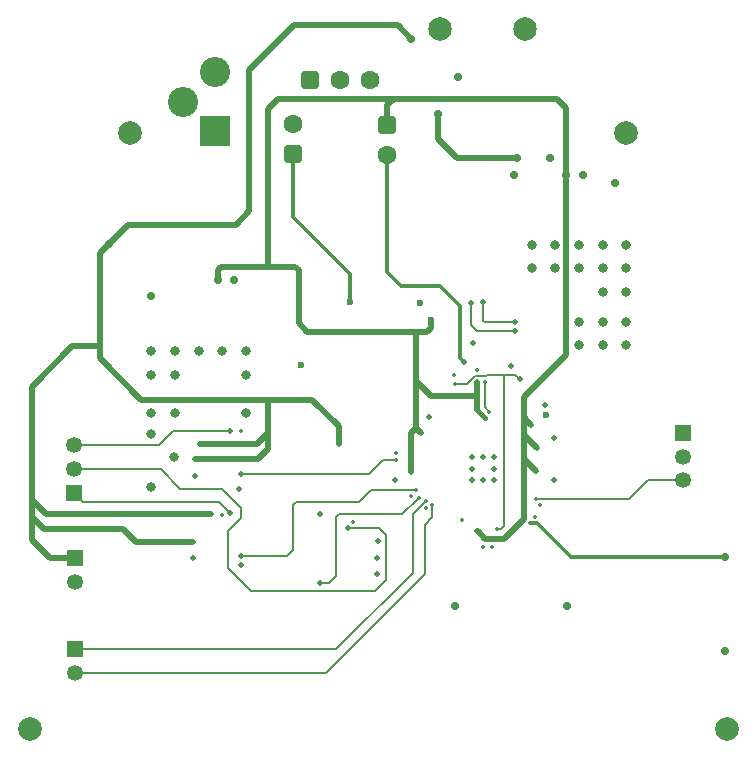
<source format=gbr>
G04*
G04 #@! TF.GenerationSoftware,Altium Limited,Altium Designer,23.8.1 (32)*
G04*
G04 Layer_Physical_Order=4*
G04 Layer_Color=16711680*
%FSLAX44Y44*%
%MOMM*%
G71*
G04*
G04 #@! TF.SameCoordinates,B1DDD4D6-6927-4A11-B6FF-346F9E1F7E25*
G04*
G04*
G04 #@! TF.FilePolarity,Positive*
G04*
G01*
G75*
%ADD11C,0.2000*%
%ADD67C,0.1820*%
%ADD68C,0.5000*%
%ADD69C,0.1817*%
%ADD70C,0.3000*%
%ADD73C,0.4500*%
%ADD77R,1.3500X1.3500*%
%ADD78C,1.3500*%
%ADD79C,1.9950*%
G04:AMPARAMS|DCode=80|XSize=1.6mm|YSize=1.6mm|CornerRadius=0.4mm|HoleSize=0mm|Usage=FLASHONLY|Rotation=90.000|XOffset=0mm|YOffset=0mm|HoleType=Round|Shape=RoundedRectangle|*
%AMROUNDEDRECTD80*
21,1,1.6000,0.8000,0,0,90.0*
21,1,0.8000,1.6000,0,0,90.0*
1,1,0.8000,0.4000,0.4000*
1,1,0.8000,0.4000,-0.4000*
1,1,0.8000,-0.4000,-0.4000*
1,1,0.8000,-0.4000,0.4000*
%
%ADD80ROUNDEDRECTD80*%
%ADD81C,1.6000*%
%ADD82C,2.0000*%
%ADD83R,2.5500X2.5500*%
%ADD84C,2.5500*%
G04:AMPARAMS|DCode=85|XSize=1.6mm|YSize=1.6mm|CornerRadius=0.4mm|HoleSize=0mm|Usage=FLASHONLY|Rotation=0.000|XOffset=0mm|YOffset=0mm|HoleType=Round|Shape=RoundedRectangle|*
%AMROUNDEDRECTD85*
21,1,1.6000,0.8000,0,0,0.0*
21,1,0.8000,1.6000,0,0,0.0*
1,1,0.8000,0.4000,-0.4000*
1,1,0.8000,-0.4000,-0.4000*
1,1,0.8000,-0.4000,0.4000*
1,1,0.8000,0.4000,0.4000*
%
%ADD85ROUNDEDRECTD85*%
%ADD86C,0.7000*%
%ADD87C,0.8000*%
%ADD88C,0.3500*%
%ADD89C,0.5000*%
%ADD90C,0.6000*%
D11*
X415290Y302340D02*
Y323850D01*
Y302340D02*
X419180Y298450D01*
X425616Y199020D02*
X428890D01*
X417830Y330200D02*
X440573D01*
X431800Y201930D02*
Y330076D01*
X428890Y199020D02*
X431800Y201930D01*
X406603Y328930D02*
X416560D01*
X389890Y322580D02*
X400253D01*
X406603Y328930D01*
X416560D02*
X417830Y330200D01*
X440573D02*
X445040Y326271D01*
D67*
X289560Y160020D02*
Y209550D01*
X292100Y212090D02*
X345440D01*
X289560Y209550D02*
X292100Y212090D01*
X345440D02*
X359410Y226060D01*
X193040Y233680D02*
X209196Y217524D01*
Y208657D02*
Y217524D01*
X157480Y233680D02*
X193040D01*
X322400Y147140D02*
X331590Y156330D01*
Y194190D01*
X299050Y200540D02*
X325240D01*
X331590Y194190D01*
X340360Y257810D02*
X340626D01*
X328930D02*
X340360D01*
X67310Y77790D02*
X280990D01*
X364490Y161290D02*
Y203200D01*
X280990Y77790D02*
X364490Y161290D01*
X67310Y97790D02*
X289560D01*
X354330Y162560D02*
Y212090D01*
X289560Y97790D02*
X354330Y162560D01*
X364490Y203200D02*
X370840Y209550D01*
X67310Y270190D02*
X139380D01*
X151590Y282400D02*
X199760D01*
X139380Y270190D02*
X151590Y282400D01*
X67310Y250190D02*
X140970D01*
X157480Y233680D01*
X198089Y166401D02*
X217350Y147140D01*
X198089Y197550D02*
X209196Y208657D01*
X198089Y166401D02*
Y197550D01*
X190350Y222250D02*
X199760Y212840D01*
X75250Y222250D02*
X190350D01*
X67310Y230190D02*
X75250Y222250D01*
X67310Y230190D02*
X67310D01*
X354330Y212090D02*
X365760Y223520D01*
X370840Y209550D02*
Y219755D01*
X217350Y147140D02*
X322400D01*
X208410Y246090D02*
X317210D01*
X275740Y153680D02*
X283220D01*
X289560Y160020D01*
X318770Y232410D02*
X356870D01*
X208410Y176380D02*
X247500D01*
X252730Y181610D01*
X308610Y222250D02*
X318770Y232410D01*
X252730Y219710D02*
X255270Y222250D01*
X252730Y181610D02*
Y219710D01*
X255270Y222250D02*
X308610D01*
X458190Y224510D02*
X536930D01*
X553090Y240670D02*
X582930D01*
X536930Y224510D02*
X553090Y240670D01*
D68*
X89070Y354160D02*
Y433240D01*
Y344000D02*
Y354160D01*
Y344000D02*
X124460Y308610D01*
X341630Y626110D02*
X353060Y614680D01*
X119900Y188710D02*
X168490D01*
X124460Y308610D02*
X231799D01*
X65870Y354160D02*
X89070D01*
X431137Y190751D02*
X447140Y206754D01*
Y207059D02*
X448310Y208229D01*
X415711Y190751D02*
X431137D01*
X448310Y208229D02*
Y259070D01*
X447140Y206754D02*
Y207059D01*
X409142Y197320D02*
X415711Y190751D01*
X257773Y373418D02*
X264680Y366510D01*
X257773Y373418D02*
Y418553D01*
X264680Y366510D02*
X357136D01*
X231334Y421482D02*
X254844D01*
X257773Y418553D01*
X366401Y366510D02*
X369330Y369439D01*
Y376670D01*
X357136Y366510D02*
X366401D01*
X357136Y324854D02*
Y366510D01*
X408490Y312420D02*
Y323540D01*
Y300441D02*
Y312420D01*
X409006Y197320D02*
X409142D01*
X448310Y311150D02*
X484310Y347150D01*
Y499510D01*
X448310Y259070D02*
Y279358D01*
Y259070D02*
X458740Y248640D01*
X448310Y279358D02*
X459282Y268385D01*
X448310Y279358D02*
Y294057D01*
X192001Y421482D02*
X231334D01*
Y555185D02*
X240030Y563880D01*
X338123D01*
X231334Y421482D02*
Y555185D01*
X215900Y588010D02*
X254000Y626110D01*
X204470Y457200D02*
X215900Y468630D01*
Y588010D01*
X448310Y294057D02*
Y311150D01*
Y294057D02*
X454585Y287782D01*
X352770Y247510D02*
Y280677D01*
X357136Y285043D01*
Y324854D01*
Y285043D02*
X361519Y280660D01*
X369570Y312420D02*
X408490D01*
X357136Y324854D02*
X369570Y312420D01*
X189072Y418553D02*
X192001Y421482D01*
X189072Y410018D02*
Y418553D01*
X375922Y529588D02*
X391708Y513802D01*
X375922Y529588D02*
Y551182D01*
X391708Y513802D02*
X442822D01*
X254000Y626110D02*
X341630D01*
X113030Y457200D02*
X204470D01*
X89070Y433240D02*
X113030Y457200D01*
X31750Y190500D02*
X47310Y174940D01*
X31750Y190500D02*
Y209550D01*
X47310Y174940D02*
X67310D01*
X31750Y223986D02*
Y320040D01*
Y209550D02*
Y223986D01*
X43956Y211780D01*
X183760D01*
X31750Y209550D02*
X41910Y199390D01*
X109220D01*
X31750Y320040D02*
X65870Y354160D01*
X109220Y199390D02*
X119900Y188710D01*
X231799Y267359D02*
Y280749D01*
X223000Y258560D02*
X231799Y267359D01*
X170100Y258560D02*
X223000D01*
X231799Y308610D02*
X269240D01*
X231799Y280749D02*
Y308610D01*
X222540Y271490D02*
X231799Y280749D01*
X173760Y271490D02*
X222540D01*
X291390D02*
Y286460D01*
X269240Y308610D02*
X291390Y286460D01*
X332500Y541770D02*
Y558257D01*
X338123Y563880D01*
X476250D01*
X484310Y555820D01*
Y499510D02*
Y555820D01*
D69*
X317210Y246090D02*
X328930Y257810D01*
X414020Y375714D02*
X415084Y374650D01*
X440690D01*
X414020Y375714D02*
Y391276D01*
X403860Y372110D02*
Y391160D01*
Y372110D02*
X408940Y367030D01*
X440690D01*
D70*
X300990Y391160D02*
Y415290D01*
X445040Y326271D02*
X445043D01*
X444502D02*
X445040D01*
X394091Y344599D02*
X397890Y340800D01*
X394091Y344599D02*
Y388229D01*
X377190Y405130D02*
X394091Y388229D01*
X453390Y204470D02*
X459740D01*
X488570Y175640D01*
X618870D01*
X332500Y416800D02*
X344170Y405130D01*
X332500Y416800D02*
Y516370D01*
X344170Y405130D02*
X377190D01*
X252560Y463720D02*
Y516620D01*
Y463720D02*
X300990Y415290D01*
D73*
X408490Y300441D02*
X415246Y293685D01*
D77*
X68580Y97790D02*
D03*
Y174940D02*
D03*
X582930Y280670D02*
D03*
X67310Y230190D02*
D03*
D78*
X68580Y77790D02*
D03*
Y154940D02*
D03*
X582930Y240670D02*
D03*
Y260670D02*
D03*
X67310Y250190D02*
D03*
Y270190D02*
D03*
D79*
X449100Y622430D02*
D03*
X377600D02*
D03*
D80*
X252560Y516620D02*
D03*
X332500Y541770D02*
D03*
D81*
X252560Y542020D02*
D03*
X317960Y579320D02*
D03*
X292560D02*
D03*
X332500Y516370D02*
D03*
D82*
X620000Y30000D02*
D03*
X30000D02*
D03*
X535000Y535000D02*
D03*
X115000D02*
D03*
D83*
X186450Y536220D02*
D03*
D84*
X159450Y561220D02*
D03*
X186450Y586220D02*
D03*
D85*
X267160Y579320D02*
D03*
D86*
X96890Y440320D02*
D03*
X525780Y492760D02*
D03*
X470818Y513798D02*
D03*
X375922Y551182D02*
D03*
X353062Y614682D02*
D03*
X442822Y513802D02*
D03*
X618870Y175640D02*
D03*
Y96140D02*
D03*
X440222Y499508D02*
D03*
X189072Y410018D02*
D03*
X132480Y397020D02*
D03*
X484780Y134350D02*
D03*
X389650D02*
D03*
X484310Y499510D02*
D03*
X498330D02*
D03*
X392328Y582180D02*
D03*
X203090Y410020D02*
D03*
D87*
X213000Y298000D02*
D03*
X535000Y400000D02*
D03*
X515000D02*
D03*
Y420000D02*
D03*
X495000D02*
D03*
X475000D02*
D03*
X455000D02*
D03*
X515000Y440000D02*
D03*
X495000D02*
D03*
X475000D02*
D03*
X455000D02*
D03*
X133000Y235000D02*
D03*
X152000Y260000D02*
D03*
X133000Y280000D02*
D03*
X153000Y298000D02*
D03*
X133000D02*
D03*
X213000Y330000D02*
D03*
X153000D02*
D03*
X133000D02*
D03*
X213000Y350000D02*
D03*
X193000D02*
D03*
X173000D02*
D03*
X153000D02*
D03*
X133000D02*
D03*
X515000Y375000D02*
D03*
Y355000D02*
D03*
X495000Y375000D02*
D03*
Y355000D02*
D03*
X535000D02*
D03*
Y375000D02*
D03*
Y420000D02*
D03*
Y440000D02*
D03*
D88*
X457920Y209870D02*
D03*
X461836Y219539D02*
D03*
X208960Y282725D02*
D03*
X192936Y211434D02*
D03*
X303972Y205711D02*
D03*
X340310Y263835D02*
D03*
X365777Y216856D02*
D03*
X352790Y227288D02*
D03*
X415290Y323850D02*
D03*
X419180Y298450D02*
D03*
X415246Y293685D02*
D03*
X414100Y183900D02*
D03*
X421100D02*
D03*
X425616Y199020D02*
D03*
X396240Y207010D02*
D03*
X409006Y197320D02*
D03*
X408239Y334288D02*
D03*
X408490Y323540D02*
D03*
X340360Y257810D02*
D03*
X389890Y322580D02*
D03*
X389440Y330140D02*
D03*
X453390Y204470D02*
D03*
X458190Y224510D02*
D03*
X370840Y219755D02*
D03*
X365760Y223520D02*
D03*
X359410Y226060D02*
D03*
X356870Y232410D02*
D03*
D89*
X141223Y188710D02*
D03*
X207010Y233680D02*
D03*
X325050Y189080D02*
D03*
X445043Y326271D02*
D03*
X448310Y311150D02*
D03*
X459282Y268385D02*
D03*
X454585Y287782D02*
D03*
X458740Y248640D02*
D03*
X473470Y240510D02*
D03*
X473470Y276510D02*
D03*
X352770Y247510D02*
D03*
X361519Y280660D02*
D03*
X414020Y391276D02*
D03*
X403860Y391160D02*
D03*
X440690Y367030D02*
D03*
Y374650D02*
D03*
X423350Y240510D02*
D03*
X404020D02*
D03*
X423350Y260510D02*
D03*
X404020D02*
D03*
Y250510D02*
D03*
X414020Y240510D02*
D03*
X423350Y250510D02*
D03*
X414020Y260510D02*
D03*
X339170Y240510D02*
D03*
X397890Y340800D02*
D03*
X199760Y282400D02*
D03*
Y212840D02*
D03*
X299050Y200540D02*
D03*
X170100Y244560D02*
D03*
X170100Y258560D02*
D03*
X173760Y271490D02*
D03*
X208410Y246090D02*
D03*
X275740Y153680D02*
D03*
X324050Y161280D02*
D03*
X324050Y175280D02*
D03*
X275740Y211780D02*
D03*
X183760D02*
D03*
X168490Y174710D02*
D03*
X168490Y188710D02*
D03*
X208410Y168540D02*
D03*
Y176380D02*
D03*
X404890Y357000D02*
D03*
X437620Y337350D02*
D03*
X466180Y304510D02*
D03*
X291390Y271490D02*
D03*
X368350Y294260D02*
D03*
D90*
X369330Y376670D02*
D03*
X466720Y295910D02*
D03*
X300737Y391910D02*
D03*
X360692Y390555D02*
D03*
X259973Y338570D02*
D03*
M02*

</source>
